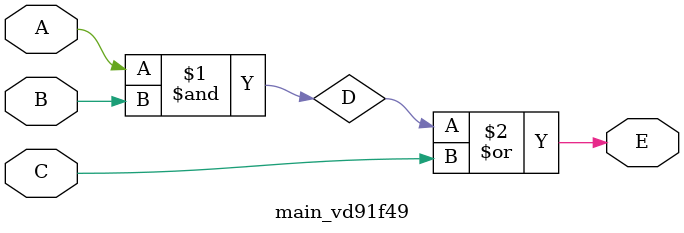
<source format=v>

`default_nettype none

module main (
 input v7ecf50,
 input v9769fd,
 input v7729df,
 input v590d85,
 output v948ccf,
 output vccacd7
);
 wire w0;
 wire w1;
 wire w2;
 wire w3;
 wire w4;
 wire w5;
 wire w6;
 wire w7;
 wire w8;
 assign v948ccf = w0;
 assign w1 = v7ecf50;
 assign w2 = v9769fd;
 assign w3 = v7729df;
 assign vccacd7 = w4;
 assign w5 = v7ecf50;
 assign w6 = v9769fd;
 assign w7 = v7729df;
 assign w8 = v590d85;
 assign w5 = w1;
 assign w6 = w2;
 assign w7 = w3;
 main_v553349 v553349 (
  .K(w4),
  .F(w5),
  .G(w6),
  .H(w7),
  .clk(w8)
 );
 main_vd91f49 vd91f49 (
  .E(w0),
  .A(w1),
  .B(w2),
  .C(w3)
 );
endmodule

module main_v553349 (
 input F,
 input G,
 input H,
 input clk,
 output K
);
 
 //Non-Blocking example
 reg K;
 reg I;
 
 always @(posedge clk)
 begin
  I<=F&G;
  K<=I|H;
 end
 
endmodule

module main_vd91f49 (
 input A,
 input B,
 input C,
 output E
);
 
 //Blocking example
 
 wire D; 
 
 assign D=A&B;
 assign E=D|C;
endmodule

</source>
